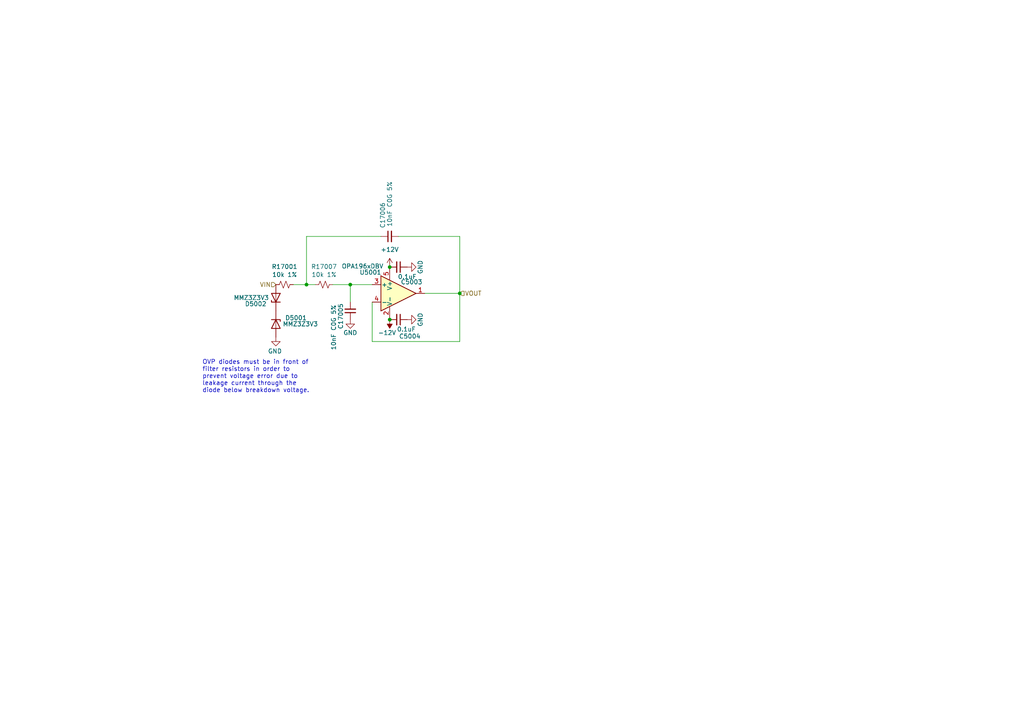
<source format=kicad_sch>
(kicad_sch (version 20231120) (generator "eeschema") (generator_version "8.0")
  (paper "A4")
  (lib_symbols
    (symbol "Amplifier_Operational:OPA196xDBV" (pin_names (offset 0.127))
      (property "Reference" "U" (at -1.27 6.35 0))
      (property "Value" "OPA196xDBV" (at -1.27 3.81 0))
      (symbol "OPA196xDBV_0_1"
        (polyline (pts (xy -5.08 5.08) (xy 5.08 0) (xy -5.08 -5.08) (xy -5.08 5.08)) (stroke (width 0.254)) (fill (type background)))
        (pin power_in line (at -2.54 -7.62 90) (length 3.81) (name "V-") (number "2"))
        (pin power_in line (at -2.54 7.62 270) (length 3.81) (name "V+") (number "5"))
      )
      (symbol "OPA196xDBV_1_1"
        (pin output line (at 7.62 0 180) (length 2.54) (name "~") (number "1"))
        (pin input line (at -7.62 2.54 0) (length 2.54) (name "+") (number "3"))
        (pin input line (at -7.62 -2.54 0) (length 2.54) (name "-") (number "4"))
      )
    )
    (symbol "Device:C_Small" (pin_numbers hide) (pin_names (offset 0.254) hide)
      (property "Reference" "C" (at 0.254 1.778 0))
      (property "Value" "C_Small" (at 0.254 -2.032 0))
      (symbol "C_Small_0_1"
        (polyline (pts (xy -1.524 -0.508) (xy 1.524 -0.508)) (stroke (width 0.3302)))
        (polyline (pts (xy -1.524 0.508) (xy 1.524 0.508)) (stroke (width 0.3048)))
      )
      (symbol "C_Small_1_1"
        (pin passive line (at 0 2.54 270) (length 2.032) (name "~") (number "1"))
        (pin passive line (at 0 -2.54 90) (length 2.032) (name "~") (number "2"))
      )
    )
    (symbol "Device:D_Zener" (pin_numbers hide) (pin_names (offset 1.016) hide)
      (property "Reference" "D" (at 0 2.54 0))
      (property "Value" "D_Zener" (at 0 -2.54 0))
      (symbol "D_Zener_0_1"
        (polyline (pts (xy 1.27 0) (xy -1.27 0)))
        (polyline (pts (xy -1.27 -1.27) (xy -1.27 1.27) (xy -0.762 1.27)) (stroke (width 0.254)))
        (polyline (pts (xy 1.27 -1.27) (xy 1.27 1.27) (xy -1.27 0) (xy 1.27 -1.27)) (stroke (width 0.254)))
      )
      (symbol "D_Zener_1_1"
        (pin passive line (at -3.81 0 0) (length 2.54) (name "K") (number "1"))
        (pin passive line (at 3.81 0 180) (length 2.54) (name "A") (number "2"))
      )
    )
    (symbol "Device:R_Small_US" (pin_numbers hide) (pin_names (offset 0.254) hide)
      (property "Reference" "R" (at 0.762 0.508 0))
      (property "Value" "R_Small_US" (at 0.762 -1.016 0))
      (symbol "R_Small_US_1_1"
        (polyline (pts (xy 0 0) (xy 1.016 -0.381) (xy 0 -0.762) (xy -1.016 -1.143) (xy 0 -1.524)))
        (polyline (pts (xy 0 1.524) (xy 1.016 1.143) (xy 0 0.762) (xy -1.016 0.381) (xy 0 0)))
        (pin passive line (at 0 2.54 270) (length 1.016) (name "~") (number "1"))
        (pin passive line (at 0 -2.54 90) (length 1.016) (name "~") (number "2"))
      )
    )
    (symbol "power:+12V" (power) (pin_numbers hide) (pin_names (offset 0) hide)
      (property "Value" "+12V" (at 0 3.556 0))
      (symbol "+12V_0_1"
        (polyline (pts (xy -0.762 1.27) (xy 0 2.54)))
        (polyline (pts (xy 0 0) (xy 0 2.54)))
        (polyline (pts (xy 0 2.54) (xy 0.762 1.27)))
      )
      (symbol "+12V_1_1"
        (pin power_in line (at 0 0 90) (length 0) (name "~") (number "1"))
      )
    )
    (symbol "power:-12V" (power) (pin_numbers hide) (pin_names (offset 0) hide)
      (property "Value" "-12V" (at 0 3.556 0))
      (symbol "-12V_0_0"
        (pin power_in line (at 0 0 90) (length 0) (name "~") (number "1"))
      )
      (symbol "-12V_0_1"
        (polyline (pts (xy 0 0) (xy 0 1.27) (xy 0.762 1.27) (xy 0 2.54) (xy -0.762 1.27) (xy 0 1.27)) (fill (type outline)))
      )
    )
    (symbol "power:GND" (power) (pin_names (offset 0))
      (property "Value" "GND" (at 0 -3.81 0))
      (symbol "GND_0_1"
        (polyline (pts (xy 0 0) (xy 0 -1.27) (xy 1.27 -1.27) (xy 0 -2.54) (xy -1.27 -1.27) (xy 0 -1.27)))
      )
      (symbol "GND_1_1"
        (pin power_in line (at 0 0 270) (length 0) hide (name "GND") (number "1"))
      )
    )
  )
  (junction (at 113.03 77.47))
  (junction (at 113.03 92.71))
  (junction (at 133.35 85.09))
  (junction (at 101.6 82.55))
  (junction (at 88.9 82.55))
  (wire (pts (xy 88.9 82.55) (xy 91.44 82.55)))
  (wire (pts (xy 123.19 85.09) (xy 133.35 85.09)))
  (wire (pts (xy 107.95 87.63) (xy 107.95 99.06)))
  (wire (pts (xy 133.35 68.58) (xy 133.35 85.09)))
  (wire (pts (xy 85.09 82.55) (xy 88.9 82.55)))
  (wire (pts (xy 115.57 68.58) (xy 133.35 68.58)))
  (wire (pts (xy 96.52 82.55) (xy 101.6 82.55)))
  (wire (pts (xy 101.6 82.55) (xy 101.6 87.63)))
  (wire (pts (xy 107.95 99.06) (xy 133.35 99.06)))
  (wire (pts (xy 101.6 82.55) (xy 107.95 82.55)))
  (wire (pts (xy 88.9 68.58) (xy 88.9 82.55)))
  (wire (pts (xy 110.49 68.58) (xy 88.9 68.58)))
  (wire (pts (xy 133.35 99.06) (xy 133.35 85.09)))
  (text "OVP diodes must be in front of\nfilter resistors in order to\nprevent voltage error due to\nleakage current through the\ndiode below breakdown voltage." (at 58.674 109.22 0) (effects (font (size 1.27 1.27)) (justify left)))
  (hierarchical_label "VOUT" (shape input) (at 133.35 85.09 0))
  (hierarchical_label "VIN" (shape input) (at 80.01 82.55 180))
  (symbol (lib_id "Amplifier_Operational:OPA196xDBV") (at 115.57 85.09 0) (unit 1)
    (property "Reference" "U5001" (at 107.442 78.994 0))
    (property "Value" "OPA196xDBV" (at 105.156 77.216 0))
    (property "Footprint" "Package_TO_SOT_SMD:SOT-23-5" (effects (hide yes)))
    (property "Datasheet" "http://www.ti.com/lit/ds/symlink/opa4196.pdf" (effects (hide yes)))
    (property "Description" "Single, Low-Power, Low Offset Voltage, Rail-to-Rail Operational Amplifier, SOT-23-5" (effects (hide yes)))
    (instances (project "analog_frontend_panel" (path "" (reference "U5001") (unit 1)) (path "" (reference "U8001") (unit 1)) (path "" (reference "U9001") (unit 1))))
  )
  (symbol (lib_id "power:GND") (at 101.6 92.71 0) (unit 1)
    (property "Reference" "#PWR159" (effects (hide yes)))
    (property "Value" "GND" (at 101.6 96.52 0))
    (instances (project "analog_i" (path "" (reference "#PWR159") (unit 1)) (path "" (reference "#PWR165") (unit 1)) (path "" (reference "#PWR223") (unit 1))) (project "analog_frontend_panel" (path "" (reference "#PWR5001") (unit 1)) (path "" (reference "#PWR8001") (unit 1)) (path "" (reference "#PWR9001") (unit 1))))
  )
  (symbol (lib_id "power:GND") (at 80.01 97.79 0) (unit 1)
    (property "Reference" "#PWR5002" (effects (hide yes)))
    (property "Value" "GND" (at 81.788 101.854 0) (effects (justify right)))
    (instances (project "analog_frontend_panel" (path "" (reference "#PWR5002") (unit 1)) (path "" (reference "#PWR8002") (unit 1)) (path "" (reference "#PWR9002") (unit 1))))
  )
  (symbol (lib_id "power:-12V") (at 113.03 92.71 180) (unit 1)
    (property "Reference" "#PWR5004" (effects (hide yes)))
    (property "Value" "-12V" (at 112.268 96.52 0))
    (property "Description" "Power symbol creates a global label with name \"-12V\"" (effects (hide yes)))
    (instances (project "analog_frontend_panel" (path "" (reference "#PWR5004") (unit 1)) (path "" (reference "#PWR8004") (unit 1)) (path "" (reference "#PWR9004") (unit 1))))
  )
  (symbol (lib_id "Device:C_Small") (at 113.03 68.58 90) (unit 1)
    (property "Reference" "C17006" (at 110.998 58.674 0) (effects (justify right)))
    (property "Value" "10nF C0G 5%" (at 113.03 52.578 0) (effects (justify right)))
    (property "Footprint" "Capacitor_SMD:C_0402_1005Metric" (effects (hide yes)))
    (property "LCSC" "C3855387" (effects (hide yes)))
    (instances (project "analog_i" (path "" (reference "C17006") (unit 1)) (path "" (reference "C19002") (unit 1)) (path "" (reference "C39002") (unit 1))) (project "analog_frontend_panel" (path "" (reference "C5002") (unit 1)) (path "" (reference "C8002") (unit 1)) (path "" (reference "C9002") (unit 1))))
  )
  (symbol (lib_id "power:GND") (at 118.11 77.47 90) (unit 1)
    (property "Reference" "#PWR5005" (effects (hide yes)))
    (property "Value" "GND" (at 121.92 77.47 0))
    (instances (project "analog_frontend_panel" (path "" (reference "#PWR5005") (unit 1)) (path "" (reference "#PWR8005") (unit 1)) (path "" (reference "#PWR9005") (unit 1))))
  )
  (symbol (lib_id "Device:C_Small") (at 115.57 92.71 270) (unit 1)
    (property "Reference" "C5004" (at 118.872 97.536 90))
    (property "Value" "0.1uF" (at 117.856 95.504 90))
    (property "Footprint" "Capacitor_SMD:C_0402_1005Metric" (effects (hide yes)))
    (instances (project "analog_frontend_panel" (path "" (reference "C5004") (unit 1)) (path "" (reference "C8004") (unit 1)) (path "" (reference "C9004") (unit 1))))
  )
  (symbol (lib_id "Device:D_Zener") (at 80.01 93.98 270) (unit 1)
    (property "Reference" "D5001" (at 85.852 92.202 90))
    (property "Value" "MMZ3Z3V3" (at 87.122 93.98 90))
    (property "Footprint" "Diode_SMD:D_SOD-323" (effects (hide yes)))
    (property "LCSC" "C52056" (effects (hide yes)))
    (instances (project "analog_frontend_panel" (path "" (reference "D5001") (unit 1)) (path "" (reference "D8001") (unit 1)) (path "" (reference "D9001") (unit 1))))
  )
  (symbol (lib_id "power:GND") (at 118.11 92.71 90) (unit 1)
    (property "Reference" "#PWR5006" (effects (hide yes)))
    (property "Value" "GND" (at 121.92 92.71 0))
    (instances (project "analog_frontend_panel" (path "" (reference "#PWR5006") (unit 1)) (path "" (reference "#PWR8006") (unit 1)) (path "" (reference "#PWR9006") (unit 1))))
  )
  (symbol (lib_id "Device:C_Small") (at 115.57 77.47 270) (unit 1)
    (property "Reference" "C5003" (at 119.38 81.788 90))
    (property "Value" "0.1uF" (at 118.11 80.264 90))
    (property "Footprint" "Capacitor_SMD:C_0402_1005Metric" (effects (hide yes)))
    (instances (project "analog_frontend_panel" (path "" (reference "C5003") (unit 1)) (path "" (reference "C8003") (unit 1)) (path "" (reference "C9003") (unit 1))))
  )
  (symbol (lib_id "Device:C_Small") (at 101.6 90.17 180) (unit 1)
    (property "Reference" "C17005" (at 98.806 95.504 90) (effects (justify right)))
    (property "Value" "10nF C0G 5%" (at 96.774 101.6 90) (effects (justify right)))
    (property "Footprint" "Capacitor_SMD:C_0402_1005Metric" (effects (hide yes)))
    (property "LCSC" "C3855387" (effects (hide yes)))
    (instances (project "analog_i" (path "" (reference "C17005") (unit 1)) (path "" (reference "C19001") (unit 1)) (path "" (reference "C39001") (unit 1))) (project "analog_frontend_panel" (path "" (reference "C5001") (unit 1)) (path "" (reference "C8001") (unit 1)) (path "" (reference "C9001") (unit 1))))
  )
  (symbol (lib_id "Device:R_Small_US") (at 82.55 82.55 90) (unit 1)
    (property "Reference" "R17001" (at 82.55 77.343 90))
    (property "Value" "10k 1%" (at 82.55 79.6544 90))
    (property "Footprint" "Resistor_SMD:R_0402_1005Metric" (effects (hide yes)))
    (property "LCSC" "C25744" (effects (hide yes)))
    (instances (project "analog_i" (path "" (reference "R17001") (unit 1)) (path "" (reference "R19001") (unit 1)) (path "" (reference "R39001") (unit 1))) (project "analog_frontend_panel" (path "" (reference "R5001") (unit 1)) (path "" (reference "R8001") (unit 1)) (path "" (reference "R9001") (unit 1))))
  )
  (symbol (lib_id "Device:D_Zener") (at 80.01 86.36 90) (unit 1)
    (property "Reference" "D5002" (at 74.168 88.138 90))
    (property "Value" "MMZ3Z3V3" (at 72.898 86.36 90))
    (property "Footprint" "Diode_SMD:D_SOD-323" (effects (hide yes)))
    (property "LCSC" "C52056" (effects (hide yes)))
    (instances (project "analog_frontend_panel" (path "" (reference "D5002") (unit 1)) (path "" (reference "D8002") (unit 1)) (path "" (reference "D9002") (unit 1))))
  )
  (symbol (lib_id "Device:R_Small_US") (at 93.98 82.55 90) (unit 1)
    (property "Reference" "R17007" (at 93.98 77.343 90))
    (property "Value" "10k 1%" (at 93.98 79.6544 90))
    (property "Footprint" "Resistor_SMD:R_0402_1005Metric" (effects (hide yes)))
    (property "LCSC" "C25744" (effects (hide yes)))
    (instances (project "analog_i" (path "" (reference "R17007") (unit 1)) (path "" (reference "R19002") (unit 1)) (path "" (reference "R39002") (unit 1))) (project "analog_frontend_panel" (path "" (reference "R5002") (unit 1)) (path "" (reference "R8002") (unit 1)) (path "" (reference "R9002") (unit 1))))
  )
  (symbol (lib_id "power:+12V") (at 113.03 77.47 0) (unit 1)
    (property "Reference" "#PWR5003" (effects (hide yes)))
    (property "Value" "+12V" (at 113.03 72.39 0))
    (property "Description" "Power symbol creates a global label with name \"+12V\"" (effects (hide yes)))
    (instances (project "analog_frontend_panel" (path "" (reference "#PWR5003") (unit 1)) (path "" (reference "#PWR8003") (unit 1)) (path "" (reference "#PWR9003") (unit 1))))
  )
)
</source>
